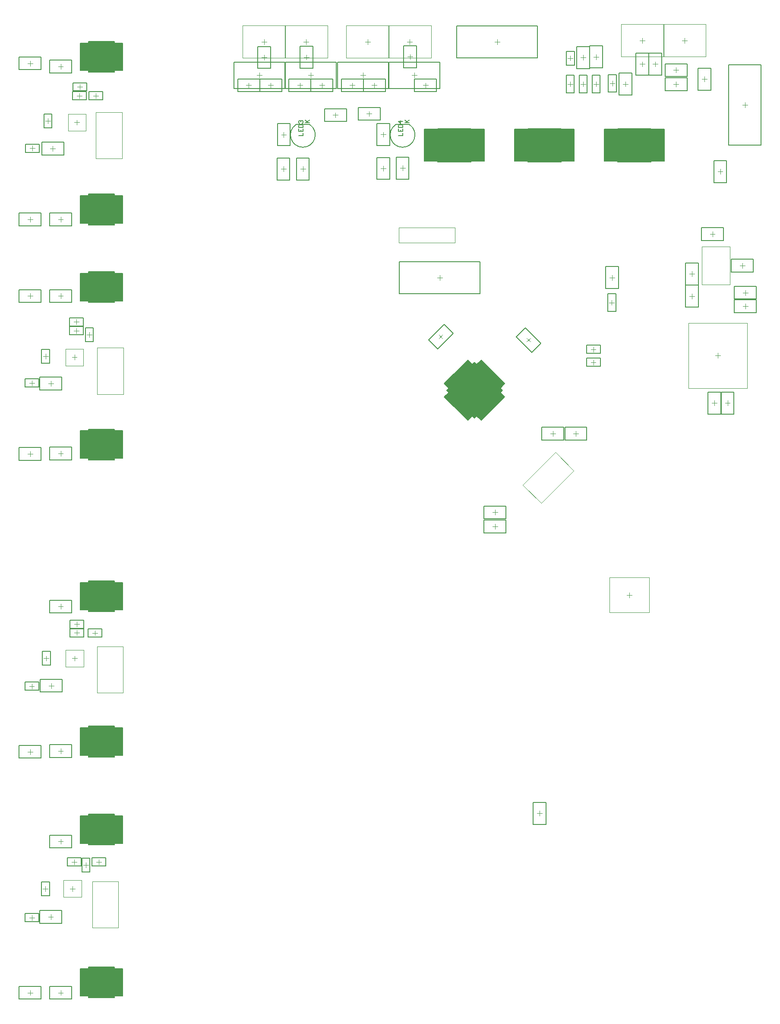
<source format=gbr>
%TF.GenerationSoftware,Altium Limited,Altium Designer,21.6.4 (81)*%
G04 Layer_Color=32768*
%FSLAX43Y43*%
%MOMM*%
%TF.SameCoordinates,B094594F-E5AE-4C03-B854-EF891E02AD71*%
%TF.FilePolarity,Positive*%
%TF.FileFunction,Other,Mechanical_15*%
%TF.Part,Single*%
G01*
G75*
%TA.AperFunction,NonConductor*%
%ADD154C,0.152*%
%ADD156C,0.200*%
%ADD207C,0.100*%
%ADD227C,0.050*%
G36*
X117220Y6617D02*
X118875D01*
Y12001D01*
X117220D01*
Y12319D01*
X112216D01*
Y12001D01*
X110561D01*
Y6617D01*
X112216D01*
Y6299D01*
X117220D01*
Y6617D01*
D02*
G37*
G36*
Y36539D02*
X118875D01*
Y41923D01*
X117220D01*
Y42241D01*
X112216D01*
Y41923D01*
X110561D01*
Y36539D01*
X112216D01*
Y36221D01*
X117220D01*
Y36539D01*
D02*
G37*
G36*
Y53808D02*
X118875D01*
Y59192D01*
X117220D01*
Y59510D01*
X112216D01*
Y59192D01*
X110561D01*
Y53808D01*
X112216D01*
Y53490D01*
X117220D01*
Y53808D01*
D02*
G37*
G36*
Y82284D02*
X118875D01*
Y87668D01*
X117220D01*
Y87986D01*
X112216D01*
Y87668D01*
X110561D01*
Y82284D01*
X112216D01*
Y81966D01*
X117220D01*
Y82284D01*
D02*
G37*
G36*
Y112037D02*
X118875D01*
Y117421D01*
X117220D01*
Y117739D01*
X112216D01*
Y117421D01*
X110561D01*
Y112037D01*
X112216D01*
Y111719D01*
X117220D01*
Y112037D01*
D02*
G37*
G36*
X192913Y124942D02*
X193330Y125359D01*
X192913Y125776D01*
X193798Y126662D01*
X189191Y131270D01*
X188305Y130384D01*
X187888Y130801D01*
X187471Y130384D01*
X186585Y131270D01*
X181977Y126662D01*
X182863Y125776D01*
X182446Y125359D01*
X182863Y124942D01*
X181977Y124056D01*
X186585Y119449D01*
X187471Y120334D01*
X187888Y119917D01*
X188305Y120334D01*
X189191Y119449D01*
X193798Y124056D01*
X192913Y124942D01*
D02*
G37*
G36*
X117220Y142893D02*
X118875D01*
Y148277D01*
X117220D01*
Y148595D01*
X112216D01*
Y148277D01*
X110561D01*
Y142893D01*
X112216D01*
Y142575D01*
X117220D01*
Y142893D01*
D02*
G37*
G36*
Y158118D02*
X118875D01*
Y163502D01*
X117220D01*
Y163820D01*
X112216D01*
Y163502D01*
X110561D01*
Y158118D01*
X112216D01*
Y157800D01*
X117220D01*
Y158118D01*
D02*
G37*
G36*
Y188044D02*
X118875D01*
Y193428D01*
X117220D01*
Y193746D01*
X112216D01*
Y193428D01*
X110561D01*
Y188044D01*
X112216D01*
Y187726D01*
X117220D01*
Y188044D01*
D02*
G37*
G36*
X187193Y170138D02*
X180691D01*
Y170252D01*
X178087D01*
Y176526D01*
X180691D01*
Y176640D01*
X187193D01*
Y176526D01*
X189797D01*
Y170252D01*
X187193D01*
Y170138D01*
D02*
G37*
G36*
X204846D02*
X198344D01*
Y170252D01*
X195740D01*
Y176526D01*
X198344D01*
Y176640D01*
X204846D01*
Y176526D01*
X207450D01*
Y170252D01*
X204846D01*
Y170138D01*
D02*
G37*
G36*
X222499D02*
X215997D01*
Y170252D01*
X213393D01*
Y176526D01*
X215997D01*
Y176640D01*
X222499D01*
Y176526D01*
X225103D01*
Y170252D01*
X222499D01*
Y170138D01*
D02*
G37*
D154*
X198344D02*
X204846D01*
Y170252D01*
X207450D01*
Y176526D01*
X204846D02*
X207450D01*
X204846D02*
Y176640D01*
X198344D02*
X204846D01*
X198344Y176526D02*
Y176640D01*
X195740Y176526D02*
X198344D01*
X195740Y170252D02*
Y176526D01*
Y170252D02*
X198344D01*
Y170138D02*
Y170252D01*
X180691Y170138D02*
X187193D01*
Y170252D01*
X189797D01*
Y176526D01*
X187193D02*
X189797D01*
X187193D02*
Y176640D01*
X180691D02*
X187193D01*
X180691Y176526D02*
Y176640D01*
X178087Y176526D02*
X180691D01*
X178087Y170252D02*
Y176526D01*
Y170252D02*
X180691D01*
Y170138D02*
Y170252D01*
X215997Y170138D02*
X222499D01*
Y170252D01*
X225103D01*
Y176526D01*
X222499D02*
X225103D01*
X222499D02*
Y176640D01*
X215997D02*
X222499D01*
X215997Y176526D02*
Y176640D01*
X213393Y176526D02*
X215997D01*
X213393Y170252D02*
Y176526D01*
Y170252D02*
X215997D01*
Y170138D02*
Y170252D01*
X117220Y158118D02*
X118875D01*
X117220Y157800D02*
Y158118D01*
X112216Y157800D02*
X117220D01*
X112216D02*
Y158118D01*
X110561D02*
X112216D01*
X110561D02*
Y163502D01*
X112216D01*
Y163820D01*
X117220D01*
Y163502D02*
Y163820D01*
Y163502D02*
X118875D01*
Y158118D02*
Y163502D01*
Y53808D02*
Y59192D01*
X117220D02*
X118875D01*
X117220D02*
Y59510D01*
X112216D02*
X117220D01*
X112216Y59192D02*
Y59510D01*
X110561Y59192D02*
X112216D01*
X110561Y53808D02*
Y59192D01*
Y53808D02*
X112216D01*
Y53490D02*
Y53808D01*
Y53490D02*
X117220D01*
Y53808D01*
X118875D01*
X117220Y188044D02*
X118875D01*
X117220Y187726D02*
Y188044D01*
X112216Y187726D02*
X117220D01*
X112216D02*
Y188044D01*
X110561D02*
X112216D01*
X110561D02*
Y193428D01*
X112216D01*
Y193746D01*
X117220D01*
Y193428D02*
Y193746D01*
Y193428D02*
X118875D01*
Y188044D02*
Y193428D01*
X117220Y82284D02*
X118875D01*
X117220Y81966D02*
Y82284D01*
X112216Y81966D02*
X117220D01*
X112216D02*
Y82284D01*
X110561D02*
X112216D01*
X110561D02*
Y87668D01*
X112216D01*
Y87986D01*
X117220D01*
Y87668D02*
Y87986D01*
Y87668D02*
X118875D01*
Y82284D02*
Y87668D01*
Y6617D02*
Y12001D01*
X117220D02*
X118875D01*
X117220D02*
Y12319D01*
X112216D02*
X117220D01*
X112216Y12001D02*
Y12319D01*
X110561Y12001D02*
X112216D01*
X110561Y6617D02*
Y12001D01*
Y6617D02*
X112216D01*
Y6299D02*
Y6617D01*
Y6299D02*
X117220D01*
Y6617D01*
X118875D01*
X117220Y112037D02*
X118875D01*
X117220Y111719D02*
Y112037D01*
X112216Y111719D02*
X117220D01*
X112216D02*
Y112037D01*
X110561D02*
X112216D01*
X110561D02*
Y117421D01*
X112216D01*
Y117739D01*
X117220D01*
Y117421D02*
Y117739D01*
Y117421D02*
X118875D01*
Y112037D02*
Y117421D01*
X117220Y142893D02*
X118875D01*
X117220Y142575D02*
Y142893D01*
X112216Y142575D02*
X117220D01*
X112216D02*
Y142893D01*
X110561D02*
X112216D01*
X110561D02*
Y148277D01*
X112216D01*
Y148595D01*
X117220D01*
Y148277D02*
Y148595D01*
Y148277D02*
X118875D01*
Y142893D02*
Y148277D01*
X117220Y36539D02*
X118875D01*
X117220Y36221D02*
Y36539D01*
X112216Y36221D02*
X117220D01*
X112216D02*
Y36539D01*
X110561D02*
X112216D01*
X110561D02*
Y41923D01*
X112216D01*
Y42241D01*
X117220D01*
Y41923D02*
Y42241D01*
Y41923D02*
X118875D01*
Y36539D02*
Y41923D01*
X192913Y125776D02*
X193330Y125359D01*
X192913Y125776D02*
X193798Y126662D01*
X189191Y131270D02*
X193798Y126662D01*
X188305Y130384D02*
X189191Y131270D01*
X187888Y130801D02*
X188305Y130384D01*
X187471D02*
X187888Y130801D01*
X186585Y131270D02*
X187471Y130384D01*
X181977Y126662D02*
X186585Y131270D01*
X181977Y126662D02*
X182863Y125776D01*
X182446Y125359D02*
X182863Y125776D01*
X182446Y125359D02*
X182863Y124942D01*
X181977Y124056D02*
X182863Y124942D01*
X181977Y124056D02*
X186585Y119449D01*
X187471Y120334D01*
X187888Y119917D01*
X188305Y120334D01*
X189191Y119449D01*
X193798Y124056D01*
X192913Y124942D02*
X193798Y124056D01*
X192913Y124942D02*
X193330Y125359D01*
X174252Y177834D02*
X175052D01*
X174785D01*
X174252Y178367D01*
X174652Y177967D01*
X175052Y178367D01*
X172982Y175294D02*
X173782D01*
Y175827D01*
X172982Y176627D02*
Y176094D01*
X173782D01*
Y176627D01*
X173382Y176094D02*
Y176360D01*
X172982Y176893D02*
X173782D01*
Y177293D01*
X173649Y177427D01*
X173116D01*
X172982Y177293D01*
Y176893D01*
X173782Y178093D02*
X172982D01*
X173382Y177693D01*
Y178226D01*
X154694Y177834D02*
X155494D01*
X155227D01*
X154694Y178367D01*
X155094Y177967D01*
X155494Y178367D01*
X153424Y175294D02*
X154224D01*
Y175827D01*
X153424Y176627D02*
Y176094D01*
X154224D01*
Y176627D01*
X153824Y176094D02*
Y176360D01*
X153424Y176893D02*
X154224D01*
Y177293D01*
X154091Y177427D01*
X153558D01*
X153424Y177293D01*
Y176893D01*
X153558Y177693D02*
X153424Y177827D01*
Y178093D01*
X153558Y178226D01*
X153691D01*
X153824Y178093D01*
Y177960D01*
Y178093D01*
X153957Y178226D01*
X154091D01*
X154224Y178093D01*
Y177827D01*
X154091Y177693D01*
D156*
X172424Y177453D02*
G03*
X175162Y177433I1355J-2016D01*
G01*
X152866Y177453D02*
G03*
X155604Y177433I1355J-2016D01*
G01*
X103016Y173979D02*
X107324D01*
X103016Y171471D02*
Y173979D01*
Y171471D02*
X107324D01*
Y173979D01*
X111129Y137975D02*
Y139575D01*
X108421Y137975D02*
X111129D01*
X108421D02*
Y139575D01*
X111129D01*
X115574Y32100D02*
Y33700D01*
X112866Y32100D02*
X115574D01*
X112866D02*
Y33700D01*
X115574D01*
X111229Y78700D02*
Y80300D01*
X108521Y78700D02*
X111229D01*
X108521D02*
Y80300D01*
X111229D01*
X111805Y184050D02*
Y185650D01*
X109097Y184050D02*
X111805D01*
X109097D02*
Y185650D01*
X111805D01*
X110868Y33629D02*
X112468D01*
Y30921D02*
Y33629D01*
X110868Y30921D02*
X112468D01*
X110868D02*
Y33629D01*
X111547Y137574D02*
X113147D01*
Y134865D02*
Y137574D01*
X111547Y134865D02*
X113147D01*
X111547D02*
Y137574D01*
X233698Y120696D02*
X236206D01*
X233698D02*
Y125004D01*
X236206D01*
Y120696D02*
Y125004D01*
X242579Y148521D02*
Y151029D01*
X238271Y148521D02*
X242579D01*
X238271D02*
Y151029D01*
X242579D01*
X232411Y154710D02*
Y157218D01*
X236719D01*
Y154710D02*
Y157218D01*
X232411Y154710D02*
X236719D01*
X213596Y145296D02*
X216104D01*
Y149604D01*
X213596D02*
X216104D01*
X213596Y145296D02*
Y149604D01*
X238868Y143245D02*
Y145753D01*
X243177D01*
Y143245D02*
Y145753D01*
X238868Y143245D02*
X243177D01*
X214050Y144258D02*
X215600D01*
X214050Y140859D02*
Y144258D01*
Y140859D02*
X215600D01*
Y144258D01*
X201929Y40271D02*
Y44579D01*
X199421Y40271D02*
X201929D01*
X199421D02*
Y44579D01*
X201929D01*
X112239Y182293D02*
X114947D01*
Y183893D01*
X112239D02*
X114947D01*
X112239Y182293D02*
Y183893D01*
X109064Y182293D02*
X111772D01*
Y183893D01*
X109064D02*
X111772D01*
X109064Y182293D02*
Y183893D01*
X108518Y77022D02*
X111227D01*
Y78622D01*
X108518D02*
X111227D01*
X108518Y77022D02*
Y78622D01*
X103418Y176793D02*
Y179502D01*
Y176793D02*
X105018D01*
Y179502D01*
X103418D02*
X105018D01*
X103097Y71446D02*
Y74154D01*
Y71446D02*
X104697D01*
Y74154D01*
X103097D02*
X104697D01*
X108424Y136219D02*
X111132D01*
Y137820D01*
X108424D02*
X111132D01*
X108424Y136219D02*
Y137820D01*
X102971Y130671D02*
Y133379D01*
Y130671D02*
X104571D01*
Y133379D01*
X102971D02*
X104571D01*
X108051Y32100D02*
X110759D01*
Y33700D01*
X108051D02*
X110759D01*
X108051Y32100D02*
Y33700D01*
X102918Y26296D02*
Y29004D01*
Y26296D02*
X104518D01*
Y29004D01*
X102918D02*
X104518D01*
X229296Y141646D02*
Y145954D01*
Y141646D02*
X231804D01*
Y145954D01*
X229296D02*
X231804D01*
X173163Y144275D02*
Y150575D01*
Y144275D02*
X188963D01*
Y150575D01*
X173163D02*
X188963D01*
X184424Y196813D02*
X200224D01*
Y190513D02*
Y196813D01*
X184424Y190513D02*
X200224D01*
X184424D02*
Y196813D01*
X171025Y184530D02*
Y189690D01*
X161045Y184530D02*
X171025D01*
X161045D02*
Y189690D01*
X171025D01*
X150705Y184530D02*
Y189690D01*
X140725Y184530D02*
X150705D01*
X140725D02*
Y189690D01*
X150705D01*
X181058Y184530D02*
Y189690D01*
X171078Y184530D02*
X181058D01*
X171078D02*
Y189690D01*
X181058D01*
X160738Y184530D02*
Y189690D01*
X150758Y184530D02*
X160738D01*
X150758D02*
Y189690D01*
X160738D01*
X172424Y177453D02*
X175161D01*
X152866D02*
X155603D01*
X237775Y189200D02*
X244075D01*
X237775Y173400D02*
Y189200D01*
Y173400D02*
X244075D01*
Y189200D01*
X210980Y187100D02*
X212530D01*
X210980Y183700D02*
Y187100D01*
Y183700D02*
X212530D01*
Y187100D01*
X209990Y183700D02*
Y187100D01*
X208440Y183700D02*
X209990D01*
X208440D02*
Y187100D01*
X209990D01*
X207450Y183700D02*
Y187100D01*
X205900Y183700D02*
X207450D01*
X205900D02*
Y187100D01*
X207450D01*
X213009Y188571D02*
Y192879D01*
X210501D02*
X213009D01*
X210501Y188571D02*
Y192879D01*
Y188571D02*
X213009D01*
X207961Y188449D02*
X210469D01*
X207961D02*
Y192757D01*
X210469D01*
Y188449D02*
Y192757D01*
X205875Y189126D02*
X207475D01*
X205875D02*
Y191834D01*
X207475D01*
Y189126D02*
Y191834D01*
X102722Y68704D02*
X107030D01*
X102722Y66196D02*
Y68704D01*
Y66196D02*
X107030D01*
Y68704D01*
X102522Y172004D02*
Y173604D01*
X99814Y172004D02*
X102522D01*
X99814D02*
Y173604D01*
X102522D01*
X102397Y66550D02*
Y68150D01*
X99689Y66550D02*
X102397D01*
X99689D02*
Y68150D01*
X102397D01*
X98564Y157617D02*
X102872D01*
Y160126D01*
X98564D02*
X102872D01*
X98564Y157617D02*
Y160126D01*
Y53242D02*
Y55750D01*
X102872D01*
Y53242D02*
Y55750D01*
X98564Y53242D02*
X102872D01*
X104564Y157617D02*
X108872D01*
Y160126D01*
X104564D02*
X108872D01*
X104564Y157617D02*
Y160126D01*
Y53369D02*
X108872D01*
Y55877D01*
X104564D02*
X108872D01*
X104564Y53369D02*
Y55877D01*
X166091Y183895D02*
X170399D01*
Y186404D01*
X166091D02*
X170399D01*
X166091Y183895D02*
Y186404D01*
X145771Y183895D02*
X150079D01*
Y186404D01*
X145771D02*
X150079D01*
X145771Y183895D02*
Y186404D01*
X166081Y183895D02*
Y186404D01*
X161773Y183895D02*
X166081D01*
X161773D02*
Y186404D01*
X166081D01*
X145761Y183895D02*
Y186404D01*
X141453Y183895D02*
X145761D01*
X141453D02*
Y186404D01*
X145761D01*
X145401Y188456D02*
Y192765D01*
Y188456D02*
X147909D01*
Y192765D01*
X145401D02*
X147909D01*
X168769Y177652D02*
X171277D01*
Y173343D02*
Y177652D01*
X168769Y173343D02*
X171277D01*
X168769D02*
Y177652D01*
X149228Y173326D02*
Y177634D01*
Y173326D02*
X151736D01*
Y177634D01*
X149228D02*
X151736D01*
X180432Y183895D02*
Y186404D01*
X176124Y183895D02*
X180432D01*
X176124D02*
Y186404D01*
X180432D01*
X160112Y183895D02*
Y186404D01*
X155804Y183895D02*
X160112D01*
X155804D02*
Y186404D01*
X160112D01*
X168769Y171004D02*
X171277D01*
Y166696D02*
Y171004D01*
X168769Y166696D02*
X171277D01*
X168769D02*
Y171004D01*
X149160Y166594D02*
Y170902D01*
Y166594D02*
X151668D01*
Y170902D01*
X149160D02*
X151668D01*
X172528Y171077D02*
X175036D01*
Y166769D02*
Y171077D01*
X172528Y166769D02*
X175036D01*
X172528D02*
Y171077D01*
X152970Y166594D02*
Y170902D01*
Y166594D02*
X155478D01*
Y170902D01*
X152970D02*
X155478D01*
X155794Y183895D02*
Y186404D01*
X151486Y183895D02*
X155794D01*
X151486D02*
Y186404D01*
X155794D01*
X173976Y188583D02*
Y192892D01*
Y188583D02*
X176484D01*
Y192892D01*
X173976D02*
X176484D01*
X153656Y188491D02*
Y192799D01*
Y188491D02*
X156164D01*
Y192799D01*
X153656D02*
X156164D01*
X165075Y178307D02*
Y180816D01*
X169383D01*
Y178307D02*
Y180816D01*
X165075Y178307D02*
X169383D01*
X158471Y178053D02*
Y180562D01*
X162779D01*
Y178053D02*
Y180562D01*
X158471Y178053D02*
X162779D01*
X112111Y76984D02*
X114819D01*
Y78584D01*
X112111D02*
X114819D01*
X112111Y76984D02*
Y78584D01*
X209846Y132599D02*
X212554D01*
Y134199D01*
X209846D02*
X212554D01*
X209846Y132599D02*
Y134199D01*
X98562Y188202D02*
Y190710D01*
X102870D01*
Y188202D02*
Y190710D01*
X98562Y188202D02*
X102870D01*
X209846Y130059D02*
Y131659D01*
X212554D01*
Y130059D02*
Y131659D01*
X209846Y130059D02*
X212554D01*
X218737Y183246D02*
Y187554D01*
X216229Y183246D02*
X218737D01*
X216229D02*
Y187554D01*
X218737D01*
X189764Y100171D02*
Y102679D01*
X194072D01*
Y100171D02*
Y102679D01*
X189764Y100171D02*
X194072D01*
X209922Y115621D02*
Y118129D01*
X205614Y115621D02*
X209922D01*
X205614D02*
Y118129D01*
X209922D01*
X194067Y97421D02*
Y99929D01*
X189759Y97421D02*
X194067D01*
X189759D02*
Y99929D01*
X194067D01*
X205397Y115621D02*
Y118129D01*
X201089Y115621D02*
X205397D01*
X201089D02*
Y118129D01*
X205397D01*
X104564Y187577D02*
Y190085D01*
X108872D01*
Y187577D02*
Y190085D01*
X104564Y187577D02*
X108872D01*
X104564Y81710D02*
Y84219D01*
X108872D01*
Y81710D02*
Y84219D01*
X104564Y81710D02*
X108872D01*
X98564Y6006D02*
Y8514D01*
X102872D01*
Y6006D02*
Y8514D01*
X98564Y6006D02*
X102872D01*
X104564D02*
X108872D01*
Y8514D01*
X104564D02*
X108872D01*
X104564Y6006D02*
Y8514D01*
X225271Y184121D02*
Y186629D01*
X229579D01*
Y184121D02*
Y186629D01*
X225271Y184121D02*
X229579D01*
X225271Y186871D02*
Y189379D01*
X229579D01*
Y186871D02*
Y189379D01*
X225271Y186871D02*
X229579D01*
X102637Y127964D02*
X106946D01*
X102637Y125455D02*
Y127964D01*
Y125455D02*
X106946D01*
Y127964D01*
X102614Y23354D02*
X106922D01*
X102614Y20846D02*
Y23354D01*
Y20846D02*
X106922D01*
Y23354D01*
X102470Y125990D02*
Y127590D01*
X99762Y125990D02*
X102470D01*
X99762D02*
Y127590D01*
X102470D01*
X102447Y21186D02*
Y22786D01*
X99739Y21186D02*
X102447D01*
X99739D02*
Y22786D01*
X102447D01*
X98564Y111606D02*
X102872D01*
Y114114D01*
X98564D02*
X102872D01*
X98564Y111606D02*
Y114114D01*
X104564Y111733D02*
Y114241D01*
X108872D01*
Y111733D02*
Y114241D01*
X104564Y111733D02*
X108872D01*
X104564Y35643D02*
X108872D01*
Y38151D01*
X104564D02*
X108872D01*
X104564Y35643D02*
Y38151D01*
X224614Y187146D02*
Y191454D01*
X222106D02*
X224614D01*
X222106Y187146D02*
Y191454D01*
Y187146D02*
X224614D01*
X222074D02*
Y191454D01*
X219566D02*
X222074D01*
X219566Y187146D02*
Y191454D01*
Y187146D02*
X222074D01*
X98564Y142589D02*
X102872D01*
Y145097D01*
X98564D02*
X102872D01*
X98564Y142589D02*
Y145097D01*
X104564Y142589D02*
Y145097D01*
X108872D01*
Y142589D02*
Y145097D01*
X104564Y142589D02*
X108872D01*
X196086Y135861D02*
X199132Y132815D01*
X200906Y134589D01*
X197859Y137635D02*
X200906Y134589D01*
X196086Y135861D02*
X197859Y137635D01*
X231804Y146021D02*
Y150329D01*
X229296D02*
X231804D01*
X229296Y146021D02*
Y150329D01*
Y146021D02*
X231804D01*
X238868Y140597D02*
X243177D01*
Y143105D01*
X238868D02*
X243177D01*
X238868Y140597D02*
Y143105D01*
X236276Y120696D02*
Y125004D01*
Y120696D02*
X238784D01*
Y125004D01*
X236276D02*
X238784D01*
X231746Y184196D02*
X234254D01*
X231746D02*
Y188504D01*
X234254D01*
Y184196D02*
Y188504D01*
X237346Y166096D02*
Y170404D01*
X234837D02*
X237346D01*
X234837Y166096D02*
Y170404D01*
Y166096D02*
X237346D01*
X180632Y133464D02*
X183678Y136511D01*
X181904Y138284D02*
X183678Y136511D01*
X178858Y135238D02*
X181904Y138284D01*
X178858Y135238D02*
X180632Y133464D01*
X215695Y183825D02*
Y187225D01*
X214145Y183825D02*
X215695D01*
X214145D02*
Y187225D01*
X215695D01*
D207*
X104670Y172725D02*
X105670D01*
X105170Y172225D02*
Y173225D01*
X109775Y138275D02*
Y139275D01*
X109275Y138775D02*
X110275D01*
X114220Y32400D02*
Y33400D01*
X113720Y32900D02*
X114720D01*
X109875Y79000D02*
Y80000D01*
X109375Y79500D02*
X110375D01*
X110451Y184350D02*
Y185350D01*
X109951Y184850D02*
X110951D01*
X111168Y32275D02*
X112168D01*
X111668Y31775D02*
Y32775D01*
X111847Y136219D02*
X112847D01*
X112347Y135720D02*
Y136719D01*
X234452Y122850D02*
X235452D01*
X234952Y122350D02*
Y123350D01*
X240425Y149275D02*
Y150275D01*
X239925Y149775D02*
X240925D01*
X234565Y155464D02*
Y156464D01*
X234065Y155964D02*
X235065D01*
X214350Y147450D02*
X215350D01*
X214850Y146950D02*
Y147950D01*
X241023Y143999D02*
Y144999D01*
X240523Y144499D02*
X241523D01*
X214325Y142559D02*
X215325D01*
X214825Y142059D02*
Y143059D01*
X200675Y41925D02*
Y42925D01*
X200175Y42425D02*
X201175D01*
X108927Y131823D02*
X109927D01*
X109427Y131323D02*
Y132323D01*
X108555Y27650D02*
X109555D01*
X109055Y27150D02*
Y28150D01*
X109918Y177373D02*
Y178373D01*
X109418Y177873D02*
X110418D01*
X109472Y72300D02*
Y73300D01*
X108972Y72800D02*
X109972D01*
X113093Y183093D02*
X114093D01*
X113593Y182593D02*
Y183593D01*
X109918Y183093D02*
X110918D01*
X110418Y182593D02*
Y183593D01*
X109372Y77822D02*
X110372D01*
X109872Y77322D02*
Y78322D01*
X104218Y177648D02*
Y178648D01*
X103718Y178148D02*
X104718D01*
X103897Y72300D02*
Y73300D01*
X103397Y72800D02*
X104397D01*
X109278Y137020D02*
X110278D01*
X109778Y136520D02*
Y137520D01*
X103771Y131525D02*
Y132525D01*
X103271Y132025D02*
X104271D01*
X108905Y32900D02*
X109905D01*
X109405Y32400D02*
Y33400D01*
X103718Y27150D02*
Y28150D01*
X103218Y27650D02*
X104218D01*
X230550Y143300D02*
Y144300D01*
X230050Y143800D02*
X231050D01*
X181063Y146925D02*
Y147925D01*
X180563Y147425D02*
X181563D01*
X191824Y193663D02*
X192824D01*
X192324Y193163D02*
Y194163D01*
X166035Y186610D02*
Y187610D01*
X165535Y187110D02*
X166535D01*
X145715Y186610D02*
Y187610D01*
X145215Y187110D02*
X146215D01*
X176068Y186610D02*
Y187610D01*
X175568Y187110D02*
X176568D01*
X155748Y186610D02*
Y187610D01*
X155248Y187110D02*
X156248D01*
X240425Y181300D02*
X241425D01*
X240925Y180800D02*
Y181800D01*
X211255Y185400D02*
X212255D01*
X211755Y184900D02*
Y185900D01*
X209215Y184900D02*
Y185900D01*
X208715Y185400D02*
X209715D01*
X206675Y184900D02*
Y185900D01*
X206175Y185400D02*
X207175D01*
X235625Y131675D02*
Y132675D01*
X235125Y132175D02*
X236125D01*
X217775Y85225D02*
X218775D01*
X218275Y84725D02*
Y85725D01*
X211755Y190225D02*
Y191225D01*
X211255Y190725D02*
X212255D01*
X208715Y190603D02*
X209715D01*
X209215Y190103D02*
Y191103D01*
X206175Y190480D02*
X207175D01*
X206675Y189980D02*
Y190980D01*
X104376Y67450D02*
X105376D01*
X104876Y66950D02*
Y67950D01*
X101168Y172304D02*
Y173304D01*
X100668Y172804D02*
X101668D01*
X101043Y66850D02*
Y67850D01*
X100543Y67350D02*
X101543D01*
X100218Y158871D02*
X101218D01*
X100718Y158371D02*
Y159371D01*
Y53996D02*
Y54996D01*
X100218Y54496D02*
X101218D01*
X106218Y158871D02*
X107218D01*
X106718Y158371D02*
Y159371D01*
X106218Y54623D02*
X107218D01*
X106718Y54123D02*
Y55123D01*
X167745Y185149D02*
X168745D01*
X168245Y184649D02*
Y185649D01*
X147425Y185149D02*
X148425D01*
X147925Y184649D02*
Y185649D01*
X163927Y184649D02*
Y185649D01*
X163427Y185149D02*
X164427D01*
X143607Y184649D02*
Y185649D01*
X143107Y185149D02*
X144107D01*
X146655Y190110D02*
Y191110D01*
X146155Y190610D02*
X147155D01*
X169523Y175497D02*
X170523D01*
X170023Y174997D02*
Y175997D01*
X150482Y174980D02*
Y175980D01*
X149982Y175480D02*
X150982D01*
X178278Y184649D02*
Y185649D01*
X177778Y185149D02*
X178778D01*
X157958Y184649D02*
Y185649D01*
X157458Y185149D02*
X158458D01*
X169523Y168850D02*
X170523D01*
X170023Y168350D02*
Y169350D01*
X150414Y168248D02*
Y169248D01*
X149914Y168748D02*
X150914D01*
X173282Y168923D02*
X174282D01*
X173782Y168423D02*
Y169423D01*
X154224Y168248D02*
Y169248D01*
X153724Y168748D02*
X154724D01*
X153640Y184649D02*
Y185649D01*
X153140Y185149D02*
X154140D01*
X175230Y190237D02*
Y191237D01*
X174730Y190737D02*
X175730D01*
X154910Y190145D02*
Y191145D01*
X154410Y190645D02*
X155410D01*
X167229Y179061D02*
Y180061D01*
X166729Y179561D02*
X167729D01*
X160625Y178807D02*
Y179807D01*
X160125Y179307D02*
X161125D01*
X112965Y77784D02*
X113965D01*
X113465Y77284D02*
Y78284D01*
X210700Y133399D02*
X211700D01*
X211200Y132899D02*
Y133899D01*
X100716Y188956D02*
Y189956D01*
X100216Y189456D02*
X101216D01*
X211200Y130359D02*
Y131359D01*
X210700Y130859D02*
X211700D01*
X217483Y184900D02*
Y185900D01*
X216983Y185400D02*
X217983D01*
X191918Y100925D02*
Y101925D01*
X191418Y101425D02*
X192418D01*
X207768Y116375D02*
Y117375D01*
X207268Y116875D02*
X208268D01*
X191913Y98175D02*
Y99175D01*
X191413Y98675D02*
X192413D01*
X203243Y116375D02*
Y117375D01*
X202743Y116875D02*
X203743D01*
X106718Y188331D02*
Y189331D01*
X106218Y188831D02*
X107218D01*
X106718Y82465D02*
Y83465D01*
X106218Y82965D02*
X107218D01*
X100718Y6760D02*
Y7760D01*
X100218Y7260D02*
X101218D01*
X106218D02*
X107218D01*
X106718Y6760D02*
Y7760D01*
X227425Y184875D02*
Y185875D01*
X226925Y185375D02*
X227925D01*
X227425Y187625D02*
Y188625D01*
X226925Y188125D02*
X227925D01*
X104291Y126710D02*
X105291D01*
X104791Y126210D02*
Y127210D01*
X104268Y22100D02*
X105268D01*
X104768Y21600D02*
Y22600D01*
X101116Y126290D02*
Y127290D01*
X100616Y126790D02*
X101616D01*
X101093Y21486D02*
Y22486D01*
X100593Y21986D02*
X101593D01*
X100218Y112860D02*
X101218D01*
X100718Y112360D02*
Y113360D01*
X106718Y112487D02*
Y113487D01*
X106218Y112987D02*
X107218D01*
X106218Y36897D02*
X107218D01*
X106718Y36397D02*
Y37397D01*
X223360Y188800D02*
Y189800D01*
X222860Y189300D02*
X223860D01*
X220820Y188800D02*
Y189800D01*
X220320Y189300D02*
X221320D01*
X100218Y143843D02*
X101218D01*
X100718Y143343D02*
Y144343D01*
X106718Y143343D02*
Y144343D01*
X106218Y143843D02*
X107218D01*
X198142Y135579D02*
X198849Y134871D01*
X198142D02*
X198849Y135579D01*
X230550Y147675D02*
Y148675D01*
X230050Y148175D02*
X231050D01*
X240523Y141851D02*
X241523D01*
X241023Y141351D02*
Y142351D01*
X237530Y122350D02*
Y123350D01*
X237030Y122850D02*
X238030D01*
X232500Y186350D02*
X233500D01*
X233000Y185850D02*
Y186850D01*
X236092Y167750D02*
Y168750D01*
X235592Y168250D02*
X236592D01*
X180914Y135521D02*
X181622Y136228D01*
X180914D02*
X181622Y135521D01*
X214920Y185025D02*
Y186025D01*
X214420Y185525D02*
X215420D01*
D227*
X113850Y75125D02*
X118950D01*
Y66025D02*
Y75125D01*
X113850Y66025D02*
X118950D01*
X113850D02*
Y75125D01*
X113900Y133684D02*
X119000D01*
Y124584D02*
Y133684D01*
X113900Y124584D02*
X119000D01*
X113900D02*
Y133684D01*
X112900Y29100D02*
X118000D01*
Y20000D02*
Y29100D01*
X112900Y20000D02*
X118000D01*
X112900D02*
Y29100D01*
X113650Y170760D02*
Y179860D01*
Y170760D02*
X118750D01*
Y179860D01*
X113650D02*
X118750D01*
X237950Y146050D02*
Y153500D01*
X232450D02*
X237950D01*
X232450Y146050D02*
Y153500D01*
Y146050D02*
X237950D01*
X107677Y130173D02*
Y133473D01*
X111177Y130173D02*
Y133473D01*
X107677Y130173D02*
X111177D01*
X107677Y133473D02*
X111177D01*
X107305Y26000D02*
Y29300D01*
X110805Y26000D02*
Y29300D01*
X107305Y26000D02*
X110805D01*
X107305Y29300D02*
X110805D01*
X108168Y179523D02*
X111668D01*
X108168Y176223D02*
X111668D01*
Y179523D01*
X108168Y176223D02*
Y179523D01*
X107722Y74450D02*
X111222D01*
X107722Y71150D02*
X111222D01*
Y74450D01*
X107722Y71150D02*
Y74450D01*
X166924Y193163D02*
Y194163D01*
X166424Y193663D02*
X167424D01*
X162744Y196838D02*
X171104D01*
Y190488D02*
Y196838D01*
X162744Y190488D02*
X171104D01*
X162744D02*
Y196838D01*
X142424Y190488D02*
Y196838D01*
Y190488D02*
X150784D01*
Y196838D01*
X142424D02*
X150784D01*
X146104Y193663D02*
X147104D01*
X146604Y193163D02*
Y194163D01*
X170999Y190488D02*
Y196838D01*
Y190488D02*
X179359D01*
Y196838D01*
X170999D02*
X179359D01*
X174679Y193663D02*
X175679D01*
X175179Y193163D02*
Y194163D01*
X154859Y193163D02*
Y194163D01*
X154359Y193663D02*
X155359D01*
X150679Y196838D02*
X159039D01*
Y190488D02*
Y196838D01*
X150679Y190488D02*
X159039D01*
X150679D02*
Y196838D01*
X224930Y190750D02*
Y197100D01*
Y190750D02*
X233290D01*
Y197100D01*
X224930D02*
X233290D01*
X228610Y193925D02*
X229610D01*
X229110Y193425D02*
Y194425D01*
X216640Y190750D02*
Y197100D01*
Y190750D02*
X225000D01*
Y197100D01*
X216640D02*
X225000D01*
X220320Y193925D02*
X221320D01*
X220820Y193425D02*
Y194425D01*
X184018Y154253D02*
Y157243D01*
X173028Y154253D02*
X184018D01*
X173028D02*
Y157243D01*
X184018D01*
X229875Y125775D02*
X241375D01*
X229875Y138575D02*
X241375D01*
Y125775D02*
Y138575D01*
X229875Y125775D02*
Y138575D01*
X222175Y81775D02*
Y88675D01*
X214375Y81775D02*
Y88675D01*
X222175D01*
X214375Y81775D02*
X222175D01*
X200969Y103211D02*
X207369Y109611D01*
X203762Y113217D02*
X207369Y109611D01*
X197363Y106818D02*
X203762Y113217D01*
X197363Y106818D02*
X200969Y103211D01*
%TF.MD5,ce6edd3a0dc296622455ebb0b543f52b*%
M02*

</source>
